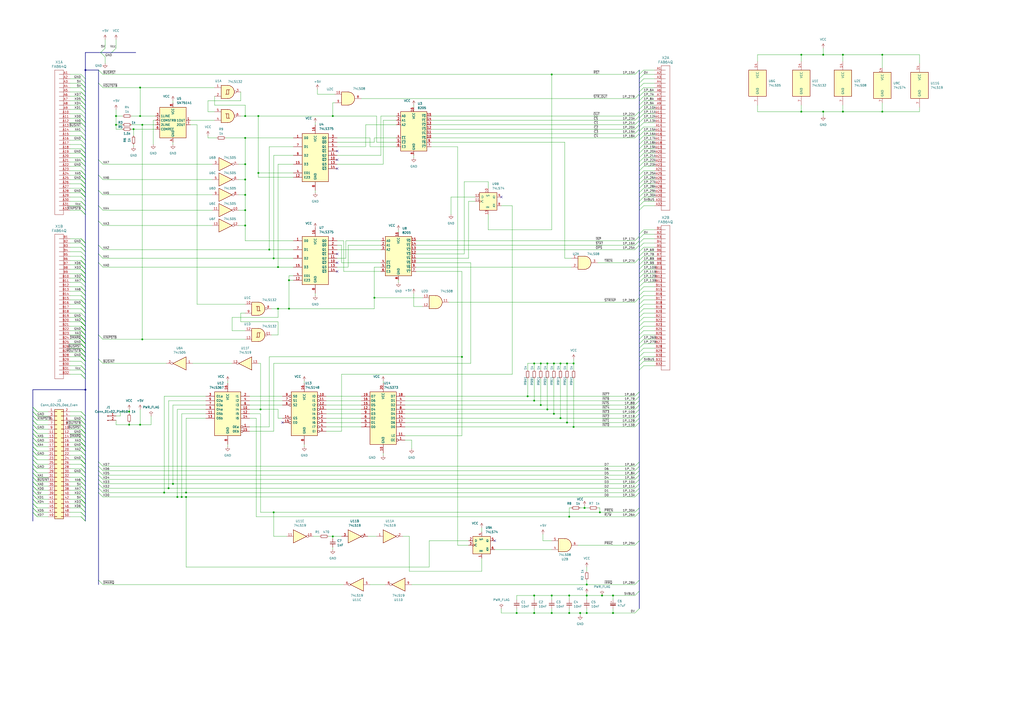
<source format=kicad_sch>
(kicad_sch (version 20230121) (generator eeschema)

  (uuid e1344761-a16d-4352-afe7-1fe017b9cf49)

  (paper "A2")

  (title_block
    (title "DataBoard 5076-00")
    (date "2023-10-09")
    (rev "v1.01")
    (company "SweProj")
    (comment 1 "Monty to 4680 int")
  )

  

  (junction (at 49.53 226.06) (diameter 0) (color 0 0 0 0)
    (uuid 0248e787-6e1c-49e8-8b0b-0fc7558c67a5)
  )
  (junction (at 317.5 210.82) (diameter 0) (color 0 0 0 0)
    (uuid 04c8b2f6-686d-47e3-b5a2-df1d329fddf4)
  )
  (junction (at 81.28 246.38) (diameter 0) (color 0 0 0 0)
    (uuid 05b763b4-6408-49b5-b87b-cda311d9b6ce)
  )
  (junction (at 325.12 210.82) (diameter 0) (color 0 0 0 0)
    (uuid 0676be0b-c282-460d-ba0d-8748dc82faae)
  )
  (junction (at 339.09 294.64) (diameter 0) (color 0 0 0 0)
    (uuid 076d30f8-018c-402d-8d10-5dcfd3142667)
  )
  (junction (at 321.31 210.82) (diameter 0) (color 0 0 0 0)
    (uuid 0a9ee528-782b-49f8-8e38-eb7acbb6c0d7)
  )
  (junction (at 328.93 210.82) (diameter 0) (color 0 0 0 0)
    (uuid 20561860-3292-462b-a3b8-30e9eb14e698)
  )
  (junction (at 149.86 67.31) (diameter 0) (color 0 0 0 0)
    (uuid 244cec5f-57b0-4577-8df4-68a098bbbd43)
  )
  (junction (at 81.28 50.8) (diameter 0) (color 0 0 0 0)
    (uuid 2871969b-8769-4be0-a32e-a479d171a607)
  )
  (junction (at 217.17 172.72) (diameter 0) (color 0 0 0 0)
    (uuid 2aed1204-9991-4d21-9d3d-b1782b590b56)
  )
  (junction (at 355.6 355.6) (diameter 0) (color 0 0 0 0)
    (uuid 35d8cc86-0511-42a3-8650-711c5366c23e)
  )
  (junction (at 299.72 355.6) (diameter 0) (color 0 0 0 0)
    (uuid 365dcba7-1ede-46d0-bfbb-0e40c98742de)
  )
  (junction (at 102.87 288.29) (diameter 0) (color 0 0 0 0)
    (uuid 3b35ce85-19d7-4a6c-a1d6-fd3efe2fa667)
  )
  (junction (at 309.88 232.41) (diameter 0) (color 0 0 0 0)
    (uuid 3b41404b-7d33-419f-8ddc-fbc7b5f068d8)
  )
  (junction (at 488.95 31.75) (diameter 0) (color 0 0 0 0)
    (uuid 3f71e12f-9502-42fe-8fa4-76c17bf6f9ab)
  )
  (junction (at 488.95 64.77) (diameter 0) (color 0 0 0 0)
    (uuid 41c7bd49-d3fb-40d4-8025-9d740a1f1fb6)
  )
  (junction (at 193.04 67.31) (diameter 0) (color 0 0 0 0)
    (uuid 463a61d8-6573-4061-ace2-17272ca41461)
  )
  (junction (at 267.97 207.01) (diameter 0) (color 0 0 0 0)
    (uuid 4cd5d0fe-7726-4814-b42d-12e9eaa2c5eb)
  )
  (junction (at 105.41 288.29) (diameter 0) (color 0 0 0 0)
    (uuid 4d2d9c93-7574-427a-bcbc-2766a597db87)
  )
  (junction (at 74.93 238.76) (diameter 0) (color 0 0 0 0)
    (uuid 4dc0c810-8e51-4caa-86e9-d15c06376576)
  )
  (junction (at 81.28 67.31) (diameter 0) (color 0 0 0 0)
    (uuid 536aeeca-5580-4e0e-984e-11306e10c7d8)
  )
  (junction (at 477.52 31.75) (diameter 0) (color 0 0 0 0)
    (uuid 58eb98d7-c281-4785-bd70-f57fa4ffcbd6)
  )
  (junction (at 511.81 31.75) (diameter 0) (color 0 0 0 0)
    (uuid 59a0d944-b2af-4f7e-8f63-17d3a1503b5e)
  )
  (junction (at 340.36 345.44) (diameter 0) (color 0 0 0 0)
    (uuid 59aa40ac-4ad0-441d-b7a9-6a7cbadad7fe)
  )
  (junction (at 336.55 355.6) (diameter 0) (color 0 0 0 0)
    (uuid 5ce13f3b-69d9-49dd-993b-8335328d2433)
  )
  (junction (at 161.29 154.94) (diameter 0) (color 0 0 0 0)
    (uuid 5e59be98-c4fc-4a0e-bebe-1f5ef853b042)
  )
  (junction (at 317.5 237.49) (diameter 0) (color 0 0 0 0)
    (uuid 6283ca0d-6985-4ebe-93e1-c09794e8cf40)
  )
  (junction (at 306.07 229.87) (diameter 0) (color 0 0 0 0)
    (uuid 637f436c-1771-470a-b3b6-76c0eeb5f7e3)
  )
  (junction (at 74.93 246.38) (diameter 0) (color 0 0 0 0)
    (uuid 63ca8bee-5e2b-4493-9d4b-946882d8c859)
  )
  (junction (at 477.52 64.77) (diameter 0) (color 0 0 0 0)
    (uuid 742026d4-df07-4383-b04c-cadbe184b998)
  )
  (junction (at 100.33 280.67) (diameter 0) (color 0 0 0 0)
    (uuid 7592db09-49d4-4924-9d55-27d5340981bb)
  )
  (junction (at 107.95 288.29) (diameter 0) (color 0 0 0 0)
    (uuid 7a72217c-afb2-47fc-9abf-8714d39f2b34)
  )
  (junction (at 161.29 179.07) (diameter 0) (color 0 0 0 0)
    (uuid 7e5b2ada-dc72-4175-9977-de205741c7bc)
  )
  (junction (at 309.88 345.44) (diameter 0) (color 0 0 0 0)
    (uuid 863df668-b970-4b28-93c2-29ab8aecb9ba)
  )
  (junction (at 330.2 345.44) (diameter 0) (color 0 0 0 0)
    (uuid 875a4fdb-2964-40ff-ad73-10467ef58a3c)
  )
  (junction (at 511.81 64.77) (diameter 0) (color 0 0 0 0)
    (uuid 87eaac93-63a4-485f-aaed-3fb1d24ca7da)
  )
  (junction (at 97.79 283.21) (diameter 0) (color 0 0 0 0)
    (uuid 89d34fb8-0470-41db-a2bf-e1f261ec228e)
  )
  (junction (at 321.31 240.03) (diameter 0) (color 0 0 0 0)
    (uuid 8d19af47-851f-4651-9c44-51687c649a89)
  )
  (junction (at 313.69 210.82) (diameter 0) (color 0 0 0 0)
    (uuid 8fb2d03f-ab45-49b1-89b4-6858872af2e0)
  )
  (junction (at 320.04 355.6) (diameter 0) (color 0 0 0 0)
    (uuid 8fe63b48-de2c-498e-88e6-28489917b8ae)
  )
  (junction (at 142.24 130.81) (diameter 0) (color 0 0 0 0)
    (uuid 92fbef43-2de5-455e-b680-b9b33ef4a881)
  )
  (junction (at 355.6 345.44) (diameter 0) (color 0 0 0 0)
    (uuid 94a6e341-7b90-4a89-a151-fbcd9c44d106)
  )
  (junction (at 330.2 355.6) (diameter 0) (color 0 0 0 0)
    (uuid 99b34b48-aefc-46c8-9da7-7925dd3e815b)
  )
  (junction (at 77.47 74.93) (diameter 0) (color 0 0 0 0)
    (uuid 9ac1f459-db68-4401-b018-7c2bea440953)
  )
  (junction (at 49.53 40.64) (diameter 0) (color 0 0 0 0)
    (uuid 9b78e78c-bfb5-45a2-9e0f-fec7ad8c0819)
  )
  (junction (at 142.24 113.03) (diameter 0) (color 0 0 0 0)
    (uuid 9f816032-29e2-4044-87e3-15f626160ab3)
  )
  (junction (at 325.12 242.57) (diameter 0) (color 0 0 0 0)
    (uuid acee02d5-0aa1-4dad-ad9c-ed4180780cb7)
  )
  (junction (at 67.31 72.39) (diameter 0) (color 0 0 0 0)
    (uuid ae2d3e84-afce-4676-b513-c6bc572da133)
  )
  (junction (at 332.74 247.65) (diameter 0) (color 0 0 0 0)
    (uuid b019e1bf-8ff3-4cf7-95bf-026af145c021)
  )
  (junction (at 142.24 104.14) (diameter 0) (color 0 0 0 0)
    (uuid b0fa76ea-a212-4397-978c-b505bdca798a)
  )
  (junction (at 193.04 311.15) (diameter 0) (color 0 0 0 0)
    (uuid b376419f-c74c-4466-a82c-2628c9bb67e1)
  )
  (junction (at 340.36 355.6) (diameter 0) (color 0 0 0 0)
    (uuid b7faae5e-fa60-4060-97d6-c8e84614a341)
  )
  (junction (at 95.25 285.75) (diameter 0) (color 0 0 0 0)
    (uuid bc9fd276-f409-482e-af5b-f6872115c91d)
  )
  (junction (at 158.75 149.86) (diameter 0) (color 0 0 0 0)
    (uuid bde5f379-fcfc-49e0-a7df-dc1668ec539b)
  )
  (junction (at 142.24 95.25) (diameter 0) (color 0 0 0 0)
    (uuid bf52f8c7-ae61-40c2-91f3-6e763423c660)
  )
  (junction (at 320.04 43.18) (diameter 0) (color 0 0 0 0)
    (uuid bfe65633-8ae6-4e45-8383-47d5230ea082)
  )
  (junction (at 149.86 100.33) (diameter 0) (color 0 0 0 0)
    (uuid c0f447b0-d538-4db2-ad79-b99289a6e89b)
  )
  (junction (at 347.98 297.18) (diameter 0) (color 0 0 0 0)
    (uuid c502b7f9-7665-4e17-a0c7-60a03e9eddcc)
  )
  (junction (at 309.88 210.82) (diameter 0) (color 0 0 0 0)
    (uuid c5e57471-5085-4068-a799-296ff1565467)
  )
  (junction (at 330.2 299.72) (diameter 0) (color 0 0 0 0)
    (uuid c755e985-d194-4b5f-8811-d158ae813f2f)
  )
  (junction (at 82.55 72.39) (diameter 0) (color 0 0 0 0)
    (uuid ca6b8ad1-5ec8-4ff6-a4d4-29b96d07bd77)
  )
  (junction (at 142.24 67.31) (diameter 0) (color 0 0 0 0)
    (uuid cc14543c-c026-49ba-8e0e-722b86da38fe)
  )
  (junction (at 349.25 345.44) (diameter 0) (color 0 0 0 0)
    (uuid ce90a040-e41f-4f5e-bc95-1dbdcfd15a5b)
  )
  (junction (at 67.31 67.31) (diameter 0) (color 0 0 0 0)
    (uuid d0625e38-f200-46af-acbc-ac8b1c831df7)
  )
  (junction (at 151.13 237.49) (diameter 0) (color 0 0 0 0)
    (uuid d0dccd0c-4e09-4027-9bdf-4e1aaef4722a)
  )
  (junction (at 464.82 64.77) (diameter 0) (color 0 0 0 0)
    (uuid d1be2fa8-2492-491e-bacc-1b125f079b8a)
  )
  (junction (at 320.04 345.44) (diameter 0) (color 0 0 0 0)
    (uuid d53f213e-8d37-48c3-9a1f-47923cc35ac8)
  )
  (junction (at 464.82 31.75) (diameter 0) (color 0 0 0 0)
    (uuid d6b250d2-c821-4fb3-b815-58c0149bab00)
  )
  (junction (at 107.95 285.75) (diameter 0) (color 0 0 0 0)
    (uuid d8cf58eb-05ae-49ad-a7c2-c5adf693f0a3)
  )
  (junction (at 158.75 297.18) (diameter 0) (color 0 0 0 0)
    (uuid da9d8871-79a0-42f2-9411-088f2f82ea4e)
  )
  (junction (at 340.36 339.09) (diameter 0) (color 0 0 0 0)
    (uuid dab38522-c4d7-4334-b3af-bbf22201fcf5)
  )
  (junction (at 82.55 196.85) (diameter 0) (color 0 0 0 0)
    (uuid dbe9aecd-2213-4d05-8afb-451484886798)
  )
  (junction (at 167.64 179.07) (diameter 0) (color 0 0 0 0)
    (uuid dc559b71-63dd-4d60-afe6-1af294dbdd4d)
  )
  (junction (at 156.21 144.78) (diameter 0) (color 0 0 0 0)
    (uuid dee762d4-b1c6-4ba0-814b-b918fe7d5971)
  )
  (junction (at 328.93 245.11) (diameter 0) (color 0 0 0 0)
    (uuid e957b1e1-d3eb-447d-9b27-f15170d20dc8)
  )
  (junction (at 142.24 121.92) (diameter 0) (color 0 0 0 0)
    (uuid ee6736de-23d0-4e8d-87d0-2997d5b9f9dc)
  )
  (junction (at 313.69 234.95) (diameter 0) (color 0 0 0 0)
    (uuid f242e516-387d-4955-93a9-5e6b7824f23b)
  )
  (junction (at 309.88 355.6) (diameter 0) (color 0 0 0 0)
    (uuid f6fad894-c0ac-4004-8ab3-cbd2f9c9ce69)
  )
  (junction (at 167.64 162.56) (diameter 0) (color 0 0 0 0)
    (uuid f801c657-6ced-4a58-b03d-8f558cc360b9)
  )
  (junction (at 332.74 210.82) (diameter 0) (color 0 0 0 0)
    (uuid fb9ed87d-88c4-4a24-8910-ad6e260b4701)
  )
  (junction (at 142.24 80.01) (diameter 0) (color 0 0 0 0)
    (uuid fd46a241-fe18-4a7b-a7bf-7fee70609123)
  )

  (no_connect (at 195.58 157.48) (uuid 09e04520-eccc-4f39-8ae7-935869baaedf))
  (no_connect (at 195.58 92.71) (uuid 0a582aaa-687a-45b7-a409-093ac710658d))
  (no_connect (at 195.58 87.63) (uuid 1b6c93b4-dbf8-418b-98dd-0722835823de))
  (no_connect (at 195.58 152.4) (uuid 2b360dac-74e6-46f4-91d1-b6dad72aabb4))
  (no_connect (at 163.83 245.11) (uuid 56a0eb0a-b57d-4aa4-b084-6b1ecb6e0141))
  (no_connect (at 195.58 97.79) (uuid 6b5e20f7-02f4-4487-ba39-30e046acc394))
  (no_connect (at 195.58 147.32) (uuid 76b99f86-79ec-447e-8a3b-de7e0eff834c))
  (no_connect (at 290.83 114.3) (uuid 96fef367-56c8-4746-8e1f-85d7793b30e2))
  (no_connect (at 287.02 313.69) (uuid b52b27f9-4786-4313-bcb4-c5768e4e8763))

  (bus_entry (at 373.38 209.55) (size -2.54 2.54)
    (stroke (width 0) (type default))
    (uuid 00626d44-c8b8-4b38-9cde-71900294fd2e)
  )
  (bus_entry (at 46.99 163.83) (size 2.54 2.54)
    (stroke (width 0) (type default))
    (uuid 00d3dff9-bb1b-4a60-b916-59bad80da8cc)
  )
  (bus_entry (at 373.38 68.58) (size -2.54 2.54)
    (stroke (width 0) (type default))
    (uuid 01010636-6a17-42dd-9380-162e0e12f25b)
  )
  (bus_entry (at 57.15 128.27) (size 2.54 2.54)
    (stroke (width 0) (type default))
    (uuid 017cd690-d748-4cd4-b37c-4887931a7193)
  )
  (bus_entry (at 21.59 292.1) (size -2.54 -2.54)
    (stroke (width 0) (type default))
    (uuid 01c276da-ea1c-434c-9c20-906d58d35d38)
  )
  (bus_entry (at 21.59 274.32) (size -2.54 -2.54)
    (stroke (width 0) (type default))
    (uuid 01e7af3a-b92a-4c78-8d85-f68f45590ab9)
  )
  (bus_entry (at 373.38 173.99) (size -2.54 2.54)
    (stroke (width 0) (type default))
    (uuid 031b8c7d-43da-4ccc-a6fc-99f9fadd6342)
  )
  (bus_entry (at 373.38 201.93) (size -2.54 2.54)
    (stroke (width 0) (type default))
    (uuid 03386a55-d652-4111-8401-59d94af188a8)
  )
  (bus_entry (at 46.99 91.44) (size 2.54 2.54)
    (stroke (width 0) (type default))
    (uuid 03c7bd74-a880-44d5-9cfb-06f328dd7ea1)
  )
  (bus_entry (at 46.99 246.38) (size 2.54 2.54)
    (stroke (width 0) (type default))
    (uuid 041591bb-fbb7-45f1-8b22-6b43ec72209c)
  )
  (bus_entry (at 46.99 81.28) (size 2.54 2.54)
    (stroke (width 0) (type default))
    (uuid 051ee245-da2c-4d91-bec0-d87155db3b0c)
  )
  (bus_entry (at 373.38 88.9) (size -2.54 2.54)
    (stroke (width 0) (type default))
    (uuid 0593435c-a3a6-4303-8ee1-e2f747df2db5)
  )
  (bus_entry (at 46.99 91.44) (size 2.54 2.54)
    (stroke (width 0) (type default))
    (uuid 06a91598-7a99-4bf1-95fb-18942d459f97)
  )
  (bus_entry (at 373.38 45.72) (size -2.54 2.54)
    (stroke (width 0) (type default))
    (uuid 07e61786-b53e-4eea-a736-399d1db323d2)
  )
  (bus_entry (at 21.59 279.4) (size -2.54 -2.54)
    (stroke (width 0) (type default))
    (uuid 07e8641d-0f2a-4f0e-93b7-d69f7db98131)
  )
  (bus_entry (at 46.99 161.29) (size 2.54 2.54)
    (stroke (width 0) (type default))
    (uuid 0940ac63-080f-40fb-a992-a56ae663be12)
  )
  (bus_entry (at 46.99 207.01) (size 2.54 2.54)
    (stroke (width 0) (type default))
    (uuid 097d6681-8084-4981-bdfb-3dda3e61a594)
  )
  (bus_entry (at 46.99 48.26) (size 2.54 2.54)
    (stroke (width 0) (type default))
    (uuid 0a57f88b-6a1e-4cf3-a03f-55d4ccfdc902)
  )
  (bus_entry (at 46.99 204.47) (size 2.54 2.54)
    (stroke (width 0) (type default))
    (uuid 0b76dbbc-4e8b-4f3d-b6c1-201ca306b253)
  )
  (bus_entry (at 46.99 179.07) (size 2.54 2.54)
    (stroke (width 0) (type default))
    (uuid 0c1e2bd8-f4ab-4827-bf99-02d43cf0f3dd)
  )
  (bus_entry (at 46.99 101.6) (size 2.54 2.54)
    (stroke (width 0) (type default))
    (uuid 0d4c2366-f664-4261-b04e-587f987a2bd9)
  )
  (bus_entry (at 21.59 276.86) (size -2.54 -2.54)
    (stroke (width 0) (type default))
    (uuid 0e0ebf8b-fc49-4929-92e4-44a6d890c5d9)
  )
  (bus_entry (at 373.38 55.88) (size -2.54 2.54)
    (stroke (width 0) (type default))
    (uuid 0ebcffc0-8f68-4080-8c66-264c38c9b22f)
  )
  (bus_entry (at 368.3 299.72) (size 2.54 -2.54)
    (stroke (width 0) (type default))
    (uuid 0f654034-395a-4d19-916d-a329ff744fe8)
  )
  (bus_entry (at 373.38 158.75) (size -2.54 2.54)
    (stroke (width 0) (type default))
    (uuid 0f96745d-9cc4-47b0-b110-7258aa92c025)
  )
  (bus_entry (at 46.99 76.2) (size 2.54 2.54)
    (stroke (width 0) (type default))
    (uuid 1078915f-6439-417b-9c09-0af14323030e)
  )
  (bus_entry (at 368.3 237.49) (size 2.54 -2.54)
    (stroke (width 0) (type default))
    (uuid 10b50ae2-11a9-4577-bb67-5e34e174be8a)
  )
  (bus_entry (at 46.99 111.76) (size 2.54 2.54)
    (stroke (width 0) (type default))
    (uuid 10b6aaa8-79fb-40f5-b39c-f98db5192fb8)
  )
  (bus_entry (at 46.99 196.85) (size 2.54 2.54)
    (stroke (width 0) (type default))
    (uuid 111f3560-f1c8-4c76-a829-cd8de6a5d4b5)
  )
  (bus_entry (at 373.38 76.2) (size -2.54 2.54)
    (stroke (width 0) (type default))
    (uuid 11347683-79b8-48fd-a357-e86bf63fa540)
  )
  (bus_entry (at 46.99 254) (size 2.54 2.54)
    (stroke (width 0) (type default))
    (uuid 11d3c47a-0973-48c6-bb9b-cdbe3139fe76)
  )
  (bus_entry (at 46.99 151.13) (size 2.54 2.54)
    (stroke (width 0) (type default))
    (uuid 135f014e-2d53-484b-914a-bcc89846cf8d)
  )
  (bus_entry (at 46.99 140.97) (size 2.54 2.54)
    (stroke (width 0) (type default))
    (uuid 13633ca1-340c-41d8-a17e-34bcbdfcedfc)
  )
  (bus_entry (at 21.59 246.38) (size -2.54 -2.54)
    (stroke (width 0) (type default))
    (uuid 1367a8d8-9045-4cf3-9379-85d14dde0422)
  )
  (bus_entry (at 46.99 68.58) (size 2.54 2.54)
    (stroke (width 0) (type default))
    (uuid 139f2953-845c-4e83-a240-dc9aa7b98803)
  )
  (bus_entry (at 368.3 288.29) (size 2.54 -2.54)
    (stroke (width 0) (type default))
    (uuid 1492a306-e0c8-44e7-92ec-713cba0da2fb)
  )
  (bus_entry (at 46.99 246.38) (size 2.54 2.54)
    (stroke (width 0) (type default))
    (uuid 14e31da1-4a0f-4050-a56a-8bcae3701054)
  )
  (bus_entry (at 373.38 91.44) (size -2.54 2.54)
    (stroke (width 0) (type default))
    (uuid 150e2540-5141-45d1-8fcc-ec13bc1102d8)
  )
  (bus_entry (at 46.99 156.21) (size 2.54 2.54)
    (stroke (width 0) (type default))
    (uuid 15fd0750-caf0-4cd4-a8c1-fc91f704268b)
  )
  (bus_entry (at 21.59 299.72) (size -2.54 -2.54)
    (stroke (width 0) (type default))
    (uuid 160a398b-b270-4563-9812-c8014ee4bdbb)
  )
  (bus_entry (at 46.99 71.12) (size 2.54 2.54)
    (stroke (width 0) (type default))
    (uuid 1672067c-cc7e-4e91-a084-d1292833cc55)
  )
  (bus_entry (at 373.38 138.43) (size -2.54 2.54)
    (stroke (width 0) (type default))
    (uuid 16784260-93bf-498e-8645-d92f98054600)
  )
  (bus_entry (at 368.3 57.15) (size 2.54 -2.54)
    (stroke (width 0) (type default))
    (uuid 16e98c12-45af-4f12-a381-c9e28ca5a7e2)
  )
  (bus_entry (at 46.99 161.29) (size 2.54 2.54)
    (stroke (width 0) (type default))
    (uuid 180497e6-0dec-4857-8da1-41c9fd29c24f)
  )
  (bus_entry (at 46.99 111.76) (size 2.54 2.54)
    (stroke (width 0) (type default))
    (uuid 1863c0bc-0297-4b3f-8d89-36e432bc6394)
  )
  (bus_entry (at 46.99 101.6) (size 2.54 2.54)
    (stroke (width 0) (type default))
    (uuid 18763c10-a0ec-4bcb-9ee3-deab99849a9b)
  )
  (bus_entry (at 46.99 153.67) (size 2.54 2.54)
    (stroke (width 0) (type default))
    (uuid 1903439a-37e1-4847-a3c9-1a1a83fef5ba)
  )
  (bus_entry (at 46.99 109.22) (size 2.54 2.54)
    (stroke (width 0) (type default))
    (uuid 19c34264-3bbc-44b3-a571-af40ad80a33b)
  )
  (bus_entry (at 57.15 273.05) (size 2.54 2.54)
    (stroke (width 0) (type default))
    (uuid 19d59bf2-1ac4-4653-9454-51b64733611c)
  )
  (bus_entry (at 46.99 271.78) (size 2.54 2.54)
    (stroke (width 0) (type default))
    (uuid 1a4cee83-a250-4104-b167-1ab56f8498c5)
  )
  (bus_entry (at 46.99 50.8) (size 2.54 2.54)
    (stroke (width 0) (type default))
    (uuid 1a93bada-4844-452e-99d6-c620d51adafc)
  )
  (bus_entry (at 46.99 191.77) (size 2.54 2.54)
    (stroke (width 0) (type default))
    (uuid 1c22a299-fc05-4dcb-a78b-7c836185f9fc)
  )
  (bus_entry (at 46.99 194.31) (size 2.54 2.54)
    (stroke (width 0) (type default))
    (uuid 1c7129e4-56e0-4f34-ae92-a77fecaef49f)
  )
  (bus_entry (at 46.99 266.7) (size 2.54 2.54)
    (stroke (width 0) (type default))
    (uuid 1ce85a2d-9093-441f-a80d-45b1093fd122)
  )
  (bus_entry (at 46.99 104.14) (size 2.54 2.54)
    (stroke (width 0) (type default))
    (uuid 1d75b0cf-a08e-43d0-8dd7-cb5eb618a155)
  )
  (bus_entry (at 46.99 86.36) (size 2.54 2.54)
    (stroke (width 0) (type default))
    (uuid 1d87f935-40e6-45e1-927a-54a2e971f946)
  )
  (bus_entry (at 368.3 297.18) (size 2.54 -2.54)
    (stroke (width 0) (type default))
    (uuid 1e078c91-a23f-4a1a-93d2-86d8e9283bdd)
  )
  (bus_entry (at 46.99 212.09) (size 2.54 2.54)
    (stroke (width 0) (type default))
    (uuid 1e2dcca7-660f-4c28-bd86-ec74edf7dfd1)
  )
  (bus_entry (at 46.99 256.54) (size 2.54 2.54)
    (stroke (width 0) (type default))
    (uuid 1e6e4ebf-2373-488c-ad95-728f584442b0)
  )
  (bus_entry (at 46.99 207.01) (size 2.54 2.54)
    (stroke (width 0) (type default))
    (uuid 1e9bc929-916a-4d38-bd1b-6ad6f6457cfb)
  )
  (bus_entry (at 46.99 287.02) (size 2.54 2.54)
    (stroke (width 0) (type default))
    (uuid 1f116560-5cbf-4686-9c7a-645e0e57acaa)
  )
  (bus_entry (at 46.99 207.01) (size 2.54 2.54)
    (stroke (width 0) (type default))
    (uuid 1f138f43-3f25-4248-baf6-b3ac0e717bff)
  )
  (bus_entry (at 46.99 58.42) (size 2.54 2.54)
    (stroke (width 0) (type default))
    (uuid 21108084-5c42-43d3-b9c2-a4b6426bba5d)
  )
  (bus_entry (at 46.99 189.23) (size 2.54 2.54)
    (stroke (width 0) (type default))
    (uuid 216192d2-cf6c-4d39-aab9-a2dfaad5326b)
  )
  (bus_entry (at 46.99 194.31) (size 2.54 2.54)
    (stroke (width 0) (type default))
    (uuid 2195968f-4ef0-47e7-8f74-b0856cb8eb5e)
  )
  (bus_entry (at 368.3 152.4) (size 2.54 -2.54)
    (stroke (width 0) (type default))
    (uuid 21ad1ee0-5c1a-4f58-8e42-c7a00911646a)
  )
  (bus_entry (at 21.59 254) (size -2.54 -2.54)
    (stroke (width 0) (type default))
    (uuid 223620f5-8696-4c0f-a812-ea7efe9056f3)
  )
  (bus_entry (at 46.99 243.84) (size 2.54 2.54)
    (stroke (width 0) (type default))
    (uuid 22f337ed-98dd-4f67-a1ae-393735204df5)
  )
  (bus_entry (at 373.38 184.15) (size -2.54 2.54)
    (stroke (width 0) (type default))
    (uuid 2434477b-ac75-4d2b-ab66-b594f555c606)
  )
  (bus_entry (at 46.99 138.43) (size 2.54 2.54)
    (stroke (width 0) (type default))
    (uuid 24767407-a575-4076-a4b0-9d6790043f65)
  )
  (bus_entry (at 46.99 55.88) (size 2.54 2.54)
    (stroke (width 0) (type default))
    (uuid 2548ffc4-183b-4af0-a1ff-7bc0ab2225b0)
  )
  (bus_entry (at 46.99 259.08) (size 2.54 2.54)
    (stroke (width 0) (type default))
    (uuid 2598968d-60a0-4a59-9aba-2582c2ed4065)
  )
  (bus_entry (at 21.59 266.7) (size -2.54 -2.54)
    (stroke (width 0) (type default))
    (uuid 25bbf8af-a1d4-44e9-88af-ed8a5d437ebb)
  )
  (bus_entry (at 373.38 116.84) (size -2.54 2.54)
    (stroke (width 0) (type default))
    (uuid 25c19b93-6600-4790-952e-d53e167fd1ec)
  )
  (bus_entry (at 58.42 30.48) (size 2.54 -2.54)
    (stroke (width 0) (type default))
    (uuid 27212589-8ff6-4573-af04-7544fc54afa8)
  )
  (bus_entry (at 46.99 248.92) (size 2.54 2.54)
    (stroke (width 0) (type default))
    (uuid 2779c4dd-d22d-4bda-9871-557cc49b7845)
  )
  (bus_entry (at 46.99 292.1) (size 2.54 2.54)
    (stroke (width 0) (type default))
    (uuid 27b2faf0-dfaa-43f1-bdca-f6ef87047d64)
  )
  (bus_entry (at 21.59 238.76) (size -2.54 -2.54)
    (stroke (width 0) (type default))
    (uuid 285940c4-8c93-4f67-a547-5b882ddb4f58)
  )
  (bus_entry (at 46.99 274.32) (size 2.54 2.54)
    (stroke (width 0) (type default))
    (uuid 28f9be8d-b106-4d3d-b090-97a9db1b4447)
  )
  (bus_entry (at 46.99 256.54) (size 2.54 2.54)
    (stroke (width 0) (type default))
    (uuid 2950bf02-f288-41aa-88ac-b6ebc7a545b2)
  )
  (bus_entry (at 46.99 78.74) (size 2.54 2.54)
    (stroke (width 0) (type default))
    (uuid 2962df16-b266-4d3c-a2d0-31770a49f0c6)
  )
  (bus_entry (at 373.38 189.23) (size -2.54 2.54)
    (stroke (width 0) (type default))
    (uuid 29778652-1cb4-48a4-bdeb-debe2291faa5)
  )
  (bus_entry (at 46.99 297.18) (size 2.54 2.54)
    (stroke (width 0) (type default))
    (uuid 29dc60e2-006f-4aca-90c8-9a1cae72a1ee)
  )
  (bus_entry (at 46.99 196.85) (size 2.54 2.54)
    (stroke (width 0) (type default))
    (uuid 2a8d5b9d-a0f4-4418-9042-3eaf4c2f8f82)
  )
  (bus_entry (at 46.99 248.92) (size 2.54 2.54)
    (stroke (width 0) (type default))
    (uuid 2c5ebd50-08e3-4c29-8948-7d8088246260)
  )
  (bus_entry (at 46.99 217.17) (size 2.54 2.54)
    (stroke (width 0) (type default))
    (uuid 2ebd8d8e-e7bf-455b-852d-f15030a16962)
  )
  (bus_entry (at 46.99 297.18) (size 2.54 2.54)
    (stroke (width 0) (type default))
    (uuid 2ec1d3a2-eed6-465f-abce-9ab7d49e4f03)
  )
  (bus_entry (at 368.3 74.93) (size 2.54 -2.54)
    (stroke (width 0) (type default))
    (uuid 2f651ebf-704b-44f7-8474-054047fd2984)
  )
  (bus_entry (at 21.59 243.84) (size -2.54 -2.54)
    (stroke (width 0) (type default))
    (uuid 2fd6dbec-a21c-417c-97d2-ee742c3523bc)
  )
  (bus_entry (at 46.99 292.1) (size 2.54 2.54)
    (stroke (width 0) (type default))
    (uuid 2fd6e204-635e-415c-bfe5-946789b0c7ee)
  )
  (bus_entry (at 21.59 287.02) (size -2.54 -2.54)
    (stroke (width 0) (type default))
    (uuid 313e1e09-01b5-4d7c-a9bf-c2a8581d0a36)
  )
  (bus_entry (at 46.99 256.54) (size 2.54 2.54)
    (stroke (width 0) (type default))
    (uuid 3184ec14-83f3-4311-bc22-d5107b134624)
  )
  (bus_entry (at 46.99 83.82) (size 2.54 2.54)
    (stroke (width 0) (type default))
    (uuid 32b5501b-877c-45e3-a306-4caf69ac474d)
  )
  (bus_entry (at 46.99 181.61) (size 2.54 2.54)
    (stroke (width 0) (type default))
    (uuid 32ce7ec4-27d5-412f-86a8-ae55e659bce0)
  )
  (bus_entry (at 21.59 251.46) (size -2.54 -2.54)
    (stroke (width 0) (type default))
    (uuid 32e9ed9c-5694-488b-b227-acac4738aa43)
  )
  (bus_entry (at 57.15 275.59) (size 2.54 2.54)
    (stroke (width 0) (type default))
    (uuid 3367f88c-beb1-4921-8a4f-767c66836d95)
  )
  (bus_entry (at 373.38 66.04) (size -2.54 2.54)
    (stroke (width 0) (type default))
    (uuid 33a44909-5efc-45c3-9ccd-f654d2535065)
  )
  (bus_entry (at 373.38 99.06) (size -2.54 2.54)
    (stroke (width 0) (type default))
    (uuid 33e62bc8-1a75-4691-acec-8d0bf228a7a0)
  )
  (bus_entry (at 46.99 104.14) (size 2.54 2.54)
    (stroke (width 0) (type default))
    (uuid 341cd6a1-838e-4b28-9e59-735c0c7ae3a8)
  )
  (bus_entry (at 46.99 45.72) (size 2.54 2.54)
    (stroke (width 0) (type default))
    (uuid 34dacd57-0856-4830-9ec6-142189317342)
  )
  (bus_entry (at 46.99 93.98) (size 2.54 2.54)
    (stroke (width 0) (type default))
    (uuid 350a9437-3a3d-4762-a01c-aa629a128dcd)
  )
  (bus_entry (at 21.59 261.62) (size -2.54 -2.54)
    (stroke (width 0) (type default))
    (uuid 35ea7997-a48c-4568-8fc1-68f8f48229f6)
  )
  (bus_entry (at 46.99 43.18) (size 2.54 2.54)
    (stroke (width 0) (type default))
    (uuid 3757fc29-e979-4724-a6d9-c33e01c28ac4)
  )
  (bus_entry (at 21.59 259.08) (size -2.54 -2.54)
    (stroke (width 0) (type default))
    (uuid 380840bd-5c2c-4863-b6d9-15f45867c5bf)
  )
  (bus_entry (at 21.59 241.3) (size -2.54 -2.54)
    (stroke (width 0) (type default))
    (uuid 3828a0d9-d8b9-4898-8474-c0cb93308de7)
  )
  (bus_entry (at 60.96 33.02) (size -2.54 -2.54)
    (stroke (width 0) (type default))
    (uuid 387654d5-80d2-46d9-8cd5-7f208f8856d5)
  )
  (bus_entry (at 46.99 238.76) (size 2.54 2.54)
    (stroke (width 0) (type default))
    (uuid 38d4f8e4-ca47-4de2-aed5-296079b6f830)
  )
  (bus_entry (at 46.99 201.93) (size 2.54 2.54)
    (stroke (width 0) (type default))
    (uuid 38e65adc-e2e5-4202-b4ff-fb964959940b)
  )
  (bus_entry (at 21.59 299.72) (size -2.54 -2.54)
    (stroke (width 0) (type default))
    (uuid 39aaaa38-609c-4ebe-8807-6fa015137c0e)
  )
  (bus_entry (at 368.3 234.95) (size 2.54 -2.54)
    (stroke (width 0) (type default))
    (uuid 39bf5ea4-8a66-440b-9970-83032b783066)
  )
  (bus_entry (at 57.15 267.97) (size 2.54 2.54)
    (stroke (width 0) (type default))
    (uuid 3a33b77d-520a-4245-ad82-aad1cade0e77)
  )
  (bus_entry (at 373.38 207.01) (size -2.54 2.54)
    (stroke (width 0) (type default))
    (uuid 3a4ebfa4-0877-4ac3-b0a2-bed0f49cb978)
  )
  (bus_entry (at 46.99 101.6) (size 2.54 2.54)
    (stroke (width 0) (type default))
    (uuid 3ac78842-b82f-40ea-8f07-dbbb33f4013a)
  )
  (bus_entry (at 368.3 77.47) (size 2.54 -2.54)
    (stroke (width 0) (type default))
    (uuid 3adabfd9-0611-40a4-870b-1277e0cc9612)
  )
  (bus_entry (at 21.59 276.86) (size -2.54 -2.54)
    (stroke (width 0) (type default))
    (uuid 3b76a28c-9e70-4359-9ca6-fd325696d966)
  )
  (bus_entry (at 46.99 161.29) (size 2.54 2.54)
    (stroke (width 0) (type default))
    (uuid 3c23edf2-00d5-4a0d-a4d8-3f4fca4ffc37)
  )
  (bus_entry (at 46.99 266.7) (size 2.54 2.54)
    (stroke (width 0) (type default))
    (uuid 3c5bd003-a40c-4c22-9d5d-4961ebb6e862)
  )
  (bus_entry (at 21.59 256.54) (size -2.54 -2.54)
    (stroke (width 0) (type default))
    (uuid 3c68256e-b1e5-48c0-a5cd-5548c42da3d7)
  )
  (bus_entry (at 46.99 55.88) (size 2.54 2.54)
    (stroke (width 0) (type default))
    (uuid 3cf6f733-5ba4-4898-8c43-65bcdbe93104)
  )
  (bus_entry (at 46.99 199.39) (size 2.54 2.54)
    (stroke (width 0) (type default))
    (uuid 3ddbfc5c-4b17-4a17-9baa-f4f40103b702)
  )
  (bus_entry (at 46.99 166.37) (size 2.54 2.54)
    (stroke (width 0) (type default))
    (uuid 3deb1f7c-516a-48a3-818b-b961a5aaa518)
  )
  (bus_entry (at 21.59 281.94) (size -2.54 -2.54)
    (stroke (width 0) (type default))
    (uuid 3f473e37-ee12-4131-aaca-ef51ea8143c1)
  )
  (bus_entry (at 46.99 259.08) (size 2.54 2.54)
    (stroke (width 0) (type default))
    (uuid 3ff3a47e-c2d5-46ab-977c-b10226e85fff)
  )
  (bus_entry (at 46.99 199.39) (size 2.54 2.54)
    (stroke (width 0) (type default))
    (uuid 40b73d98-f3a1-47fe-81b9-26da153f236e)
  )
  (bus_entry (at 46.99 191.77) (size 2.54 2.54)
    (stroke (width 0) (type default))
    (uuid 413f3597-d0bd-451d-b357-ef8e6e1800da)
  )
  (bus_entry (at 21.59 238.76) (size -2.54 -2.54)
    (stroke (width 0) (type default))
    (uuid 4171041b-24bc-4bb9-a42a-da5d4bf65cce)
  )
  (bus_entry (at 21.59 269.24) (size -2.54 -2.54)
    (stroke (width 0) (type default))
    (uuid 418ce37a-2839-472f-9e3d-9e5ee02dbead)
  )
  (bus_entry (at 46.99 254) (size 2.54 2.54)
    (stroke (width 0) (type default))
    (uuid 419b60db-276c-4645-8103-6514fda53534)
  )
  (bus_entry (at 21.59 248.92) (size -2.54 -2.54)
    (stroke (width 0) (type default))
    (uuid 41d7fcd7-5c7c-4708-9371-09a3060a98d9)
  )
  (bus_entry (at 368.3 283.21) (size 2.54 -2.54)
    (stroke (width 0) (type default))
    (uuid 424d5095-8b18-4cee-877d-57aebbc7a6b3)
  )
  (bus_entry (at 368.3 69.85) (size 2.54 -2.54)
    (stroke (width 0) (type default))
    (uuid 425ca748-e295-4d3e-b9fb-7a69c8e0ab29)
  )
  (bus_entry (at 373.38 104.14) (size -2.54 2.54)
    (stroke (width 0) (type default))
    (uuid 42fed9bf-863c-423c-a913-47a5194aa7f3)
  )
  (bus_entry (at 46.99 151.13) (size 2.54 2.54)
    (stroke (width 0) (type default))
    (uuid 4392f26a-a7b8-459c-b930-bb8a8e3da582)
  )
  (bus_entry (at 368.3 273.05) (size 2.54 -2.54)
    (stroke (width 0) (type default))
    (uuid 43cb0c0b-b1af-475a-adf1-204dc1ceddb4)
  )
  (bus_entry (at 46.99 204.47) (size 2.54 2.54)
    (stroke (width 0) (type default))
    (uuid 447e3886-0a16-4470-8cd8-53149baba9e0)
  )
  (bus_entry (at 373.38 161.29) (size -2.54 2.54)
    (stroke (width 0) (type default))
    (uuid 44990fda-78c9-4d67-b2b5-8fa0085dc1dd)
  )
  (bus_entry (at 46.99 199.39) (size 2.54 2.54)
    (stroke (width 0) (type default))
    (uuid 450c4136-1cbb-4f49-99d9-b4b5af2c2baa)
  )
  (bus_entry (at 46.99 196.85) (size 2.54 2.54)
    (stroke (width 0) (type default))
    (uuid 46189da3-b16f-4a2d-bf00-88a15d0ad4e4)
  )
  (bus_entry (at 373.38 78.74) (size -2.54 2.54)
    (stroke (width 0) (type default))
    (uuid 46d30a5e-4ff2-4822-84e1-9e0aa0081e33)
  )
  (bus_entry (at 21.59 284.48) (size -2.54 -2.54)
    (stroke (width 0) (type default))
    (uuid 47f5c9d1-4e94-4e70-9517-a9fe767ed20e)
  )
  (bus_entry (at 46.99 99.06) (size 2.54 2.54)
    (stroke (width 0) (type default))
    (uuid 4859695f-7a52-4f34-b37c-20adef611ee6)
  )
  (bus_entry (at 46.99 248.92) (size 2.54 2.54)
    (stroke (width 0) (type default))
    (uuid 4887b0df-6caf-4d5e-b648-1b8e0d701cad)
  )
  (bus_entry (at 46.99 274.32) (size 2.54 2.54)
    (stroke (width 0) (type default))
    (uuid 48952063-1497-4d14-8fd5-acea618a5cee)
  )
  (bus_entry (at 46.99 116.84) (size 2.54 2.54)
    (stroke (width 0) (type default))
    (uuid 48c7fcf8-3a59-40a0-a2e9-5e205c34f956)
  )
  (bus_entry (at 368.3 72.39) (size 2.54 -2.54)
    (stroke (width 0) (type default))
    (uuid 48df48c6-3f7c-416a-be98-6584db4a3390)
  )
  (bus_entry (at 21.59 254) (size -2.54 -2.54)
    (stroke (width 0) (type default))
    (uuid 495a8bd2-379d-4c73-91bb-563725db8a55)
  )
  (bus_entry (at 21.59 264.16) (size -2.54 -2.54)
    (stroke (width 0) (type default))
    (uuid 4aea5074-ffe6-46dc-b4bd-264c6b7af3af)
  )
  (bus_entry (at 46.99 53.34) (size 2.54 2.54)
    (stroke (width 0) (type default))
    (uuid 4af666ea-a427-491c-a44c-7187cb6469b8)
  )
  (bus_entry (at 373.38 111.76) (size -2.54 2.54)
    (stroke (width 0) (type default))
    (uuid 4bfa998a-63df-486c-beb9-b4fd8ca82c96)
  )
  (bus_entry (at 373.38 196.85) (size -2.54 2.54)
    (stroke (width 0) (type default))
    (uuid 4c1f70dc-9295-4f1e-b8c6-4a5a9667050a)
  )
  (bus_entry (at 46.99 189.23) (size 2.54 2.54)
    (stroke (width 0) (type default))
    (uuid 4cbd3cd3-2a43-4cbd-be47-e169397bad2c)
  )
  (bus_entry (at 57.15 142.24) (size 2.54 2.54)
    (stroke (width 0) (type default))
    (uuid 4cda1c6e-27d2-4210-a8c9-515f3e12fd5f)
  )
  (bus_entry (at 368.3 280.67) (size 2.54 -2.54)
    (stroke (width 0) (type default))
    (uuid 4da7c820-093f-4495-bad6-708fdb6bbc89)
  )
  (bus_entry (at 373.38 60.96) (size -2.54 2.54)
    (stroke (width 0) (type default))
    (uuid 4de8ad98-ea1c-4325-8d8c-43cd9d1515a1)
  )
  (bus_entry (at 368.3 275.59) (size 2.54 -2.54)
    (stroke (width 0) (type default))
    (uuid 4e974353-3a4a-4193-84fb-b1a85ef2cb9b)
  )
  (bus_entry (at 21.59 279.4) (size -2.54 -2.54)
    (stroke (width 0) (type default))
    (uuid 4feeb057-e13c-4317-9f76-8c465ffccbc9)
  )
  (bus_entry (at 46.99 184.15) (size 2.54 2.54)
    (stroke (width 0) (type default))
    (uuid 4ffc3cda-2af7-4ed3-8b92-9f66ce907386)
  )
  (bus_entry (at 46.99 248.92) (size 2.54 2.54)
    (stroke (width 0) (type default))
    (uuid 50923a0c-aef5-4297-9b39-4c9e9df55ad8)
  )
  (bus_entry (at 46.99 168.91) (size 2.54 2.54)
    (stroke (width 0) (type default))
    (uuid 51cc21fd-3de7-4d42-a629-1a17f7d4a1e4)
  )
  (bus_entry (at 46.99 194.31) (size 2.54 2.54)
    (stroke (width 0) (type default))
    (uuid 528483bd-58e6-438e-aa54-e9d4ebc88ee1)
  )
  (bus_entry (at 57.15 40.64) (size 2.54 2.54)
    (stroke (width 0) (type default))
    (uuid 530b1d8e-e115-42fd-9cab-aa3e30413011)
  )
  (bus_entry (at 46.99 106.68) (size 2.54 2.54)
    (stroke (width 0) (type default))
    (uuid 53f5badf-98b7-4bab-b057-b2585950e157)
  )
  (bus_entry (at 21.59 266.7) (size -2.54 -2.54)
    (stroke (width 0) (type default))
    (uuid 546d4f34-e858-40f9-ae75-b5821df6b563)
  )
  (bus_entry (at 373.38 40.64) (size -2.54 2.54)
    (stroke (width 0) (type default))
    (uuid 54978c8e-c048-470f-b5a8-87059742b891)
  )
  (bus_entry (at 46.99 101.6) (size 2.54 2.54)
    (stroke (width 0) (type default))
    (uuid 562226de-7aff-4bef-a4db-4dad950223d4)
  )
  (bus_entry (at 373.38 194.31) (size -2.54 2.54)
    (stroke (width 0) (type default))
    (uuid 56cb32ea-4b49-4995-bbfe-886231905ae1)
  )
  (bus_entry (at 46.99 194.31) (size 2.54 2.54)
    (stroke (width 0) (type default))
    (uuid 57276792-8517-4add-a2dd-adfef7457111)
  )
  (bus_entry (at 368.3 270.51) (size 2.54 -2.54)
    (stroke (width 0) (type default))
    (uuid 573558ec-322a-4ae4-9cd4-861d4823b150)
  )
  (bus_entry (at 46.99 153.67) (size 2.54 2.54)
    (stroke (width 0) (type default))
    (uuid 57409178-1e12-4224-96e5-7f2f1cd502cb)
  )
  (bus_entry (at 46.99 66.04) (size 2.54 2.54)
    (stroke (width 0) (type default))
    (uuid 58e87849-b1a2-405f-aab6-b64bc294985c)
  )
  (bus_entry (at 21.59 259.08) (size -2.54 -2.54)
    (stroke (width 0) (type default))
    (uuid 591f913b-86d9-4427-8208-38d996e4129f)
  )
  (bus_entry (at 373.38 101.6) (size -2.54 2.54)
    (stroke (width 0) (type default))
    (uuid 5a99b870-f390-4355-85e3-41cb54a3a327)
  )
  (bus_entry (at 373.38 204.47) (size -2.54 2.54)
    (stroke (width 0) (type default))
    (uuid 5bc700e2-0031-4b2a-ba26-fbc635732156)
  )
  (bus_entry (at 46.99 146.05) (size 2.54 2.54)
    (stroke (width 0) (type default))
    (uuid 5c3297a9-be8f-4cc7-aa88-3c279b81c349)
  )
  (bus_entry (at 46.99 156.21) (size 2.54 2.54)
    (stroke (width 0) (type default))
    (uuid 5c956e3d-b18c-4484-aa33-d6fd63045160)
  )
  (bus_entry (at 368.3 80.01) (size 2.54 -2.54)
    (stroke (width 0) (type default))
    (uuid 5d1542d2-842c-46a5-b2f5-5a5bb465d92e)
  )
  (bus_entry (at 57.15 208.28) (size 2.54 2.54)
    (stroke (width 0) (type default))
    (uuid 5e0006aa-ceb4-4516-9f43-22d0593786f1)
  )
  (bus_entry (at 368.3 144.78) (size 2.54 -2.54)
    (stroke (width 0) (type default))
    (uuid 5f867e0e-a923-4db1-9843-f4684abfb7ed)
  )
  (bus_entry (at 46.99 173.99) (size 2.54 2.54)
    (stroke (width 0) (type default))
    (uuid 5fcdba7f-c1ec-4166-a063-d2551466f78c)
  )
  (bus_entry (at 46.99 186.69) (size 2.54 2.54)
    (stroke (width 0) (type default))
    (uuid 5ffe9477-d7d9-4a78-b62c-09fa7efd47ac)
  )
  (bus_entry (at 46.99 196.85) (size 2.54 2.54)
    (stroke (width 0) (type default))
    (uuid 617364e2-b9f2-47ee-ad9a-240289491ab2)
  )
  (bus_entry (at 368.3 339.09) (size 2.54 -2.54)
    (stroke (width 0) (type default))
    (uuid 617a97da-0613-438c-8524-57483ccbe57a)
  )
  (bus_entry (at 373.38 163.83) (size -2.54 2.54)
    (stroke (width 0) (type default))
    (uuid 61c3a101-0ce8-4e5a-83d3-8fb7c83921a8)
  )
  (bus_entry (at 46.99 153.67) (size 2.54 2.54)
    (stroke (width 0) (type default))
    (uuid 6327393b-be79-4d8c-a969-9a833326411b)
  )
  (bus_entry (at 373.38 168.91) (size -2.54 2.54)
    (stroke (width 0) (type default))
    (uuid 643fd9e1-a5c3-44ea-b759-7ffd76a47f49)
  )
  (bus_entry (at 57.15 48.26) (size 2.54 2.54)
    (stroke (width 0) (type default))
    (uuid 65402f33-5c53-4aad-9ccd-3ba990b9405e)
  )
  (bus_entry (at 46.99 284.48) (size 2.54 2.54)
    (stroke (width 0) (type default))
    (uuid 6681d5ce-ad69-4b25-9fe1-1dd7f79ea882)
  )
  (bus_entry (at 46.99 173.99) (size 2.54 2.54)
    (stroke (width 0) (type default))
    (uuid 66dfa170-fba9-44aa-9c06-5dc545c6fa14)
  )
  (bus_entry (at 46.99 119.38) (size 2.54 2.54)
    (stroke (width 0) (type default))
    (uuid 6745fc1c-1b41-44f1-ad04-2ad4809f3508)
  )
  (bus_entry (at 21.59 271.78) (size -2.54 -2.54)
    (stroke (width 0) (type default))
    (uuid 67465f29-ef5a-46c1-a2f6-391f81022155)
  )
  (bus_entry (at 46.99 209.55) (size 2.54 2.54)
    (stroke (width 0) (type default))
    (uuid 68e913e8-45bb-4272-a163-44cbc7d5d489)
  )
  (bus_entry (at 373.38 135.89) (size -2.54 2.54)
    (stroke (width 0) (type default))
    (uuid 6af4272c-000a-4e52-9beb-2548f77bcab6)
  )
  (bus_entry (at 373.38 151.13) (size -2.54 2.54)
    (stroke (width 0) (type default))
    (uuid 6c48abc1-6f7a-479a-bf86-2f83f0b80554)
  )
  (bus_entry (at 46.99 194.31) (size 2.54 2.54)
    (stroke (width 0) (type default))
    (uuid 6de0c966-3d01-4fd5-8331-a6c7047a72c5)
  )
  (bus_entry (at 46.99 114.3) (size 2.54 2.54)
    (stroke (width 0) (type default))
    (uuid 6ed5b6d7-2d26-45b7-8cab-e9205bb62f26)
  )
  (bus_entry (at 46.99 111.76) (size 2.54 2.54)
    (stroke (width 0) (type default))
    (uuid 6eeb4dd0-cddb-42b6-b41e-359df3d4acea)
  )
  (bus_entry (at 46.99 176.53) (size 2.54 2.54)
    (stroke (width 0) (type default))
    (uuid 6f690662-a692-4876-b152-98e243df4d8b)
  )
  (bus_entry (at 373.38 176.53) (size -2.54 2.54)
    (stroke (width 0) (type default))
    (uuid 6fce74e4-9386-4b64-b744-e711c16c7730)
  )
  (bus_entry (at 46.99 184.15) (size 2.54 2.54)
    (stroke (width 0) (type default))
    (uuid 6ff1e458-940e-4248-a106-f374a2dee9d6)
  )
  (bus_entry (at 21.59 248.92) (size -2.54 -2.54)
    (stroke (width 0) (type default))
    (uuid 70cda8e8-d108-49d4-bb82-6801e3dc158d)
  )
  (bus_entry (at 373.38 53.34) (size -2.54 2.54)
    (stroke (width 0) (type default))
    (uuid 70e3f6fc-a62b-497f-a8dc-56f2283ac3a2)
  )
  (bus_entry (at 46.99 241.3) (size 2.54 2.54)
    (stroke (width 0) (type default))
    (uuid 70fb844a-82bd-4bc4-9409-2b3a6ff4678a)
  )
  (bus_entry (at 57.15 147.32) (size 2.54 2.54)
    (stroke (width 0) (type default))
    (uuid 71400ee4-1a6e-46c6-ae0b-f5c403917e28)
  )
  (bus_entry (at 46.99 266.7) (size 2.54 2.54)
    (stroke (width 0) (type default))
    (uuid 71c5b89f-9346-4456-a14c-609d0087ba5a)
  )
  (bus_entry (at 373.38 186.69) (size -2.54 2.54)
    (stroke (width 0) (type default))
    (uuid 73658f85-b177-4d8a-8243-fb52b682d8a7)
  )
  (bus_entry (at 46.99 71.12) (size 2.54 2.54)
    (stroke (width 0) (type default))
    (uuid 75626068-a764-4784-a070-17a5b31c7b07)
  )
  (bus_entry (at 46.99 109.22) (size 2.54 2.54)
    (stroke (width 0) (type default))
    (uuid 76e05a86-b133-4431-93e1-e4f9301ad265)
  )
  (bus_entry (at 46.99 173.99) (size 2.54 2.54)
    (stroke (width 0) (type default))
    (uuid 7720a0f6-6963-46e8-abbe-f9a5ccaef6df)
  )
  (bus_entry (at 46.99 289.56) (size 2.54 2.54)
    (stroke (width 0) (type default))
    (uuid 773ce705-792e-47e9-9124-5e80bb1a2a1c)
  )
  (bus_entry (at 368.3 285.75) (size 2.54 -2.54)
    (stroke (width 0) (type default))
    (uuid 77a505a2-88f1-49bb-bc52-3a9685c99a33)
  )
  (bus_entry (at 46.99 96.52) (size 2.54 2.54)
    (stroke (width 0) (type default))
    (uuid 77f06106-e111-4390-8512-8d19da0555d7)
  )
  (bus_entry (at 46.99 251.46) (size 2.54 2.54)
    (stroke (width 0) (type default))
    (uuid 7889f538-7d53-48cf-a5f0-ce557f6b1099)
  )
  (bus_entry (at 46.99 279.4) (size 2.54 2.54)
    (stroke (width 0) (type default))
    (uuid 78cc2795-836e-4be1-bddb-4e9470b329e8)
  )
  (bus_entry (at 46.99 259.08) (size 2.54 2.54)
    (stroke (width 0) (type default))
    (uuid 79cd3043-90f1-43d5-bd1b-e69841b12944)
  )
  (bus_entry (at 46.99 186.69) (size 2.54 2.54)
    (stroke (width 0) (type default))
    (uuid 7a73f5db-8249-4ab8-aba1-0699122da83e)
  )
  (bus_entry (at 46.99 189.23) (size 2.54 2.54)
    (stroke (width 0) (type default))
    (uuid 7ae15410-d7d8-4531-8abd-aebd2f94fc7b)
  )
  (bus_entry (at 57.15 92.71) (size 2.54 2.54)
    (stroke (width 0) (type default))
    (uuid 7afd72e2-ab18-41f7-830f-c9aef1f16e10)
  )
  (bus_entry (at 46.99 201.93) (size 2.54 2.54)
    (stroke (width 0) (type default))
    (uuid 7c648460-c38b-4f7e-bf98-4173102398bf)
  )
  (bus_entry (at 46.99 161.29) (size 2.54 2.54)
    (stroke (width 0) (type default))
    (uuid 7d09a555-77ff-41ae-838e-606f68976e46)
  )
  (bus_entry (at 46.99 166.37) (size 2.54 2.54)
    (stroke (width 0) (type default))
    (uuid 7dc9a075-d0ea-428e-84d0-28b1bf21a27f)
  )
  (bus_entry (at 46.99 266.7) (size 2.54 2.54)
    (stroke (width 0) (type default))
    (uuid 7f111e77-4c01-49a7-971c-f2748afa9680)
  )
  (bus_entry (at 46.99 140.97) (size 2.54 2.54)
    (stroke (width 0) (type default))
    (uuid 8036cd1f-c9b4-4045-9043-25ea7b63040a)
  )
  (bus_entry (at 368.3 229.87) (size 2.54 -2.54)
    (stroke (width 0) (type default))
    (uuid 80507b7e-a8d5-4de0-8b5d-21b54f2ab385)
  )
  (bus_entry (at 21.59 281.94) (size -2.54 -2.54)
    (stroke (width 0) (type default))
    (uuid 80cdcfed-a055-4402-9325-c5830ddf907b)
  )
  (bus_entry (at 46.99 243.84) (size 2.54 2.54)
    (stroke (width 0) (type default))
    (uuid 81f3d2eb-c5be-499f-a00c-72881cf92101)
  )
  (bus_entry (at 368.3 355.6) (size 2.54 -2.54)
    (stroke (width 0) (type default))
    (uuid 81fad711-adec-425a-b408-d2c27b89f26c)
  )
  (bus_entry (at 46.99 58.42) (size 2.54 2.54)
    (stroke (width 0) (type default))
    (uuid 83858477-b5c6-4de5-b375-ddaf0d0e5269)
  )
  (bus_entry (at 46.99 68.58) (size 2.54 2.54)
    (stroke (width 0) (type default))
    (uuid 83b81306-184a-4941-aa36-2121572b6459)
  )
  (bus_entry (at 368.3 175.26) (size 2.54 -2.54)
    (stroke (width 0) (type default))
    (uuid 84362e09-382f-42b9-8174-e46dc5aacd1b)
  )
  (bus_entry (at 46.99 189.23) (size 2.54 2.54)
    (stroke (width 0) (type default))
    (uuid 84b2f62d-67f7-474a-85d3-f4e9e9427776)
  )
  (bus_entry (at 21.59 274.32) (size -2.54 -2.54)
    (stroke (width 0) (type default))
    (uuid 84c9369d-266e-427c-885e-d3968552d874)
  )
  (bus_entry (at 46.99 143.51) (size 2.54 2.54)
    (stroke (width 0) (type default))
    (uuid 84d01d90-18c4-4de2-9719-6129dbe1f272)
  )
  (bus_entry (at 46.99 63.5) (size 2.54 2.54)
    (stroke (width 0) (type default))
    (uuid 85c38438-6332-4072-8f03-af314a248b47)
  )
  (bus_entry (at 57.15 101.6) (size 2.54 2.54)
    (stroke (width 0) (type default))
    (uuid 864d8661-3bb9-426e-aa65-919e2d7cc94d)
  )
  (bus_entry (at 57.15 110.49) (size 2.54 2.54)
    (stroke (width 0) (type default))
    (uuid 868d5b9c-8cbc-417d-818c-d1e398914c46)
  )
  (bus_entry (at 46.99 196.85) (size 2.54 2.54)
    (stroke (width 0) (type default))
    (uuid 86bacf4d-4ab0-48fd-831f-9ea7fa437eb9)
  )
  (bus_entry (at 373.38 156.21) (size -2.54 2.54)
    (stroke (width 0) (type default))
    (uuid 86ffc6b2-d085-4709-8634-e641420b7735)
  )
  (bus_entry (at 46.99 271.78) (size 2.54 2.54)
    (stroke (width 0) (type default))
    (uuid 8763b616-c05b-408d-995e-dac3631ef413)
  )
  (bus_entry (at 46.99 186.69) (size 2.54 2.54)
    (stroke (width 0) (type default))
    (uuid 87e02af9-7b26-4880-aee1-e9cfb45bd1c4)
  )
  (bus_entry (at 46.99 116.84) (size 2.54 2.54)
    (stroke (width 0) (type default))
    (uuid 8858481b-1132-4df8-80b9-6fbc16c5f66f)
  )
  (bus_entry (at 46.99 241.3) (size 2.54 2.54)
    (stroke (width 0) (type default))
    (uuid 891cf8df-f36f-4e2d-b876-d332b6a6d0ae)
  )
  (bus_entry (at 46.99 121.92) (size 2.54 2.54)
    (stroke (width 0) (type default))
    (uuid 89b7ad57-3306-475c-bd33-3f11e14c9b7a)
  )
  (bus_entry (at 373.38 63.5) (size -2.54 2.54)
    (stroke (width 0) (type default))
    (uuid 89d22b29-e6f0-46a2-a544-4fe2b16d5a4d)
  )
  (bus_entry (at 46.99 294.64) (size 2.54 2.54)
    (stroke (width 0) (type default))
    (uuid 8a670ba0-1ded-4cc5-886b-8a58f36590e8)
  )
  (bus_entry (at 368.3 142.24) (size 2.54 -2.54)
    (stroke (width 0) (type default))
    (uuid 8b7303a6-9335-4d3c-87ad-8411a24fb4ce)
  )
  (bus_entry (at 46.99 299.72) (size 2.54 2.54)
    (stroke (width 0) (type default))
    (uuid 8c6ded1a-c58a-44fe-88ba-8ff5517c92bd)
  )
  (bus_entry (at 373.38 191.77) (size -2.54 2.54)
    (stroke (width 0) (type default))
    (uuid 8d05cfc0-a015-40fc-9afe-6c03856b44a8)
  )
  (bus_entry (at 373.38 146.05) (size -2.54 2.54)
    (stroke (width 0) (type default))
    (uuid 8f0c21bf-4fdd-45fc-a7ec-94089ea26f80)
  )
  (bus_entry (at 46.99 184.15) (size 2.54 2.54)
    (stroke (width 0) (type default))
    (uuid 8f5d8234-4376-4d0a-8232-953aef63a5cd)
  )
  (bus_entry (at 21.59 297.18) (size -2.54 -2.54)
    (stroke (width 0) (type default))
    (uuid 8f77c027-9431-4561-b303-83272ead7b11)
  )
  (bus_entry (at 57.15 278.13) (size 2.54 2.54)
    (stroke (width 0) (type default))
    (uuid 8fc844e1-fe4c-4098-835d-ff5ada501ea0)
  )
  (bus_entry (at 46.99 73.66) (size 2.54 2.54)
    (stroke (width 0) (type default))
    (uuid 8ffd13cf-e3d6-4c5a-a34f-11c81880bca9)
  )
  (bus_entry (at 21.59 261.62) (size -2.54 -2.54)
    (stroke (width 0) (type default))
    (uuid 90c208a3-12e1-4a92-ad8d-fd322eef614e)
  )
  (bus_entry (at 46.99 86.36) (size 2.54 2.54)
    (stroke (width 0) (type default))
    (uuid 92822e5f-a2fd-4a08-a016-97b7839b44ad)
  )
  (bus_entry (at 46.99 60.96) (size 2.54 2.54)
    (stroke (width 0) (type default))
    (uuid 9453af0a-622c-4b9f-9db8-774fc4c3c1fb)
  )
  (bus_entry (at 373.38 212.09) (size -2.54 2.54)
    (stroke (width 0) (type default))
    (uuid 952df1e2-7f2c-49ac-8658-1a93624a3d76)
  )
  (bus_entry (at 373.38 58.42) (size -2.54 2.54)
    (stroke (width 0) (type default))
    (uuid 95975ca6-f9e9-491a-a768-08bab7647522)
  )
  (bus_entry (at 46.99 207.01) (size 2.54 2.54)
    (stroke (width 0) (type default))
    (uuid 96a82767-f5b0-4a40-a70b-1dbd41dec243)
  )
  (bus_entry (at 46.99 151.13) (size 2.54 2.54)
    (stroke (width 0) (type default))
    (uuid 96d1b31d-b197-4a43-9a5a-802666d03625)
  )
  (bus_entry (at 46.99 204.47) (size 2.54 2.54)
    (stroke (width 0) (type default))
    (uuid 96e23e57-360a-45ff-99cc-16e025036369)
  )
  (bus_entry (at 46.99 106.68) (size 2.54 2.54)
    (stroke (width 0) (type default))
    (uuid 9772ee1e-9338-4553-8d79-174d1663a0ec)
  )
  (bus_entry (at 373.38 148.59) (size -2.54 2.54)
    (stroke (width 0) (type default))
    (uuid 9a345950-8c68-4ccb-8d06-2cbd2cec9d92)
  )
  (bus_entry (at 46.99 106.68) (size 2.54 2.54)
    (stroke (width 0) (type default))
    (uuid 9abe13d6-6ac8-4362-a22d-ea31b3fc8d8a)
  )
  (bus_entry (at 46.99 111.76) (size 2.54 2.54)
    (stroke (width 0) (type default))
    (uuid 9af65009-c5d3-4070-a46c-517515e407a4)
  )
  (bus_entry (at 46.99 191.77) (size 2.54 2.54)
    (stroke (width 0) (type default))
    (uuid 9b2ed11b-412d-4734-a24e-9cdb3b5363af)
  )
  (bus_entry (at 46.99 171.45) (size 2.54 2.54)
    (stroke (width 0) (type default))
    (uuid 9c5e0355-92b5-41ce-9ecc-49b822014888)
  )
  (bus_entry (at 368.3 247.65) (size 2.54 -2.54)
    (stroke (width 0) (type default))
    (uuid 9c80e014-5fe5-4a87-a8bf-db9c3de62c97)
  )
  (bus_entry (at 46.99 88.9) (size 2.54 2.54)
    (stroke (width 0) (type default))
    (uuid 9ca5b689-c452-4a2a-8820-748a22ea30d4)
  )
  (bus_entry (at 46.99 121.92) (size 2.54 2.54)
    (stroke (width 0) (type default))
    (uuid 9d436952-21b0-46f7-91e3-fe21df9ba0fb)
  )
  (bus_entry (at 21.59 287.02) (size -2.54 -2.54)
    (stroke (width 0) (type default))
    (uuid a1ec8736-881f-4df1-9935-f3fb295cd0e6)
  )
  (bus_entry (at 21.59 246.38) (size -2.54 -2.54)
    (stroke (width 0) (type default))
    (uuid a22aebe8-1193-4683-9651-fe87bd4a7248)
  )
  (bus_entry (at 57.15 285.75) (size 2.54 2.54)
    (stroke (width 0) (type default))
    (uuid a2a80391-39db-49d1-97fb-cbf6b6aa532c)
  )
  (bus_entry (at 373.38 48.26) (size -2.54 2.54)
    (stroke (width 0) (type default))
    (uuid a2c65de3-0af0-4638-997c-0d85b0cc6706)
  )
  (bus_entry (at 46.99 289.56) (size 2.54 2.54)
    (stroke (width 0) (type default))
    (uuid a2c77a3e-cadc-45bd-bec0-b2533ae846f4)
  )
  (bus_entry (at 46.99 287.02) (size 2.54 2.54)
    (stroke (width 0) (type default))
    (uuid a2da081a-ce11-476a-b9bf-beb3ea04ca15)
  )
  (bus_entry (at 46.99 168.91) (size 2.54 2.54)
    (stroke (width 0) (type default))
    (uuid a3bb7cea-39df-4cd4-ab25-8f761604f2c5)
  )
  (bus_entry (at 46.99 186.69) (size 2.54 2.54)
    (stroke (width 0) (type default))
    (uuid a407a6ca-4a80-4243-a65a-eae1286130a9)
  )
  (bus_entry (at 21.59 294.64) (size -2.54 -2.54)
    (stroke (width 0) (type default))
    (uuid a5915133-a064-4830-a3a7-b9b67ed196f7)
  )
  (bus_entry (at 46.99 189.23) (size 2.54 2.54)
    (stroke (width 0) (type default))
    (uuid a5df2c09-8187-423d-9613-b84fdc8d2429)
  )
  (bus_entry (at 46.99 256.54) (size 2.54 2.54)
    (stroke (width 0) (type default))
    (uuid a5e049df-a9d1-471c-acf1-e3b6bbd5911e)
  )
  (bus_entry (at 57.15 152.4) (size 2.54 2.54)
    (stroke (width 0) (type default))
    (uuid a6c6bf24-6f9f-4ed4-a86a-c3bf3bb7a86b)
  )
  (bus_entry (at 46.99 88.9) (size 2.54 2.54)
    (stroke (width 0) (type default))
    (uuid a6da5a46-d842-4020-86fe-62263c11a9df)
  )
  (bus_entry (at 46.99 251.46) (size 2.54 2.54)
    (stroke (width 0) (type default))
    (uuid a6fdef7f-f484-48f5-bd41-0021ee52a6c4)
  )
  (bus_entry (at 368.3 242.57) (size 2.54 -2.54)
    (stroke (width 0) (type default))
    (uuid aa1614ce-0e4f-461e-9a23-a1e7dccc5284)
  )
  (bus_entry (at 373.38 179.07) (size -2.54 2.54)
    (stroke (width 0) (type default))
    (uuid aac3eae3-506d-4481-a5a1-17199adeda5d)
  )
  (bus_entry (at 46.99 196.85) (size 2.54 2.54)
    (stroke (width 0) (type default))
    (uuid ab265098-a13e
... [300081 chars truncated]
</source>
